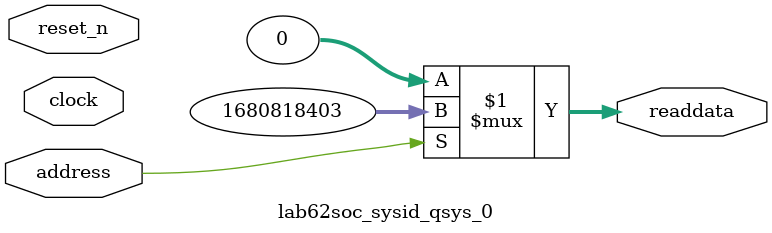
<source format=v>



// synthesis translate_off
`timescale 1ns / 1ps
// synthesis translate_on

// turn off superfluous verilog processor warnings 
// altera message_level Level1 
// altera message_off 10034 10035 10036 10037 10230 10240 10030 

module lab62soc_sysid_qsys_0 (
               // inputs:
                address,
                clock,
                reset_n,

               // outputs:
                readdata
             )
;

  output  [ 31: 0] readdata;
  input            address;
  input            clock;
  input            reset_n;

  wire    [ 31: 0] readdata;
  //control_slave, which is an e_avalon_slave
  assign readdata = address ? 1680818403 : 0;

endmodule



</source>
